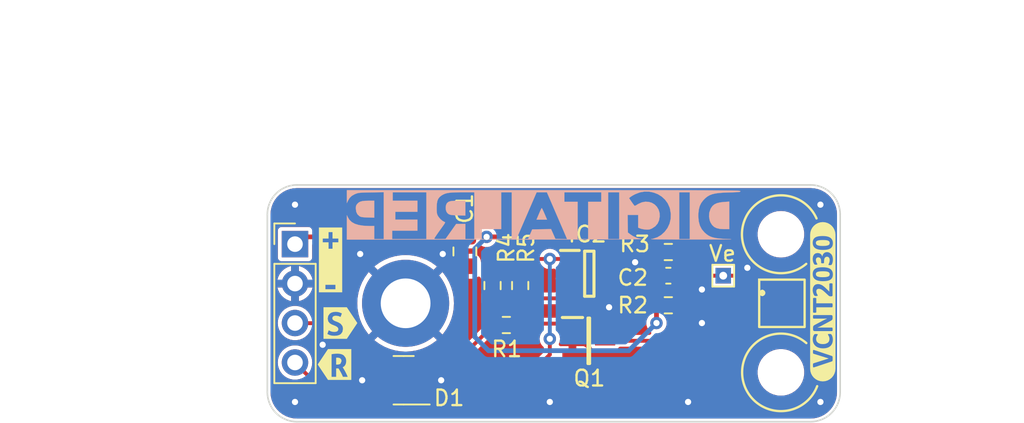
<source format=kicad_pcb>
(kicad_pcb (version 20221018) (generator pcbnew)
  (title_block (title "VCNT2030 with ambient light compensation") (date "2023-09-07") (rev "1") (company "DigitalREP"))
  (layers (0 "F.Cu" signal) (31 "B.Cu" signal) (34 "B.Paste" user) (35 "F.Paste" user) (36 "B.SilkS" user "B.Silkscreen") (37 "F.SilkS" user "F.Silkscreen") (38 "B.Mask" user) (39 "F.Mask" user) (44 "Edge.Cuts" user))
  (net 0 "")
  (net 1 "Net-(IC2-+)")
  (net 2 "/S")
  (net 3 "GND")
  (net 4 "VCC")
  (net 5 "Net-(IC2--)")
  (net 6 "Net-(Q1-Pad1)")
  (net 7 "R")
  (net 8 "/VCSEL_A")
  (net 9 "/VCSEL_C")
  (net 10 "/Ve")
  (footprint "Capacitor_SMD:C_0805_2012Metric" (layer "F.Cu") (at 165.1 65.2424 -90)
    (fp_text reference "C1" (at -2.7584 0 90) (layer "F.SilkS"))
    (fp_text value "C" hide)
    (fp_line (start -0.261252 -0.735) (end 0.261252 -0.735) (stroke (width 0.12)) (layer "F.SilkS"))
    (fp_line (start -0.261252 0.735) (end 0.261252 0.735) (stroke (width 0.12)) (layer "F.SilkS"))
    (pad "1" smd roundrect (at -0.95 0 270) (size 1 1.45) (layers "F.Cu" "F.Paste" "F.Mask") (net 4 "VCC"))
    (pad "2" smd roundrect (at 0.95 0 270) (size 1 1.45) (layers "F.Cu" "F.Paste" "F.Mask") (net 3 "GND"))
  )
  (footprint "Capacitor_SMD:C_0603_1608Metric" (layer "F.Cu") (at 178.181 66.802 180)
    (fp_text reference "C2" (at 2.286 -0.127) (layer "F.SilkS"))
    (fp_text value "C" hide)
    (fp_line (start -0.14058 -0.51) (end 0.14058 -0.51) (stroke (width 0.12)) (layer "F.SilkS"))
    (fp_line (start -0.14058 0.51) (end 0.14058 0.51) (stroke (width 0.12)) (layer "F.SilkS"))
    (pad "1" smd roundrect (at -0.775 0 180) (size 0.9 0.95) (layers "F.Cu" "F.Paste" "F.Mask") (net 10 "/Ve"))
    (pad "2" smd roundrect (at 0.775 0 180) (size 0.9 0.95) (layers "F.Cu" "F.Paste" "F.Mask") (net 1 "Net-(IC2-+)"))
  )
  (footprint "MountingHole:MountingHole_2.5mm" (layer "F.Cu") (at 185.42 73.025)
    (fp_text reference "REF**" hide)
    (fp_text value "MountingHole_2.5mm" hide)
    (pad "" np_thru_hole circle (at 0 0) (size 2.5 2.5) (drill 2.5) (layers "*.Cu" "*.Mask"))
  )
  (footprint "MountingHole:MountingHole_3.2mm_M3_DIN965_Pad_TopBottom" (layer "F.Cu") (at 161.29 68.58)
    (fp_text reference "H1" hide)
    (fp_text value "MountingHole_Pad" hide)
    (pad "1" thru_hole circle (at 0 0) (size 3.6 3.6) (drill 3.2) (layers "*.Cu" "*.Mask") (net 3 "GND"))
    (pad "1" connect circle (at 0 0) (size 5.6 5.6) (layers "F.Cu" "F.Mask") (net 3 "GND"))
    (pad "1" connect circle (at 0 0) (size 5.6 5.6) (layers "B.Cu" "B.Mask") (net 3 "GND"))
  )
  (footprint "Resistor_SMD:R_0603_1608Metric" (layer "F.Cu") (at 166.878 67.437 90)
    (fp_text reference "R4" (at 2.413 0.889 90) (layer "F.SilkS"))
    (fp_text value "R_US" hide)
    (fp_line (start -0.237258 -0.5225) (end 0.237258 -0.5225) (stroke (width 0.12)) (layer "F.SilkS"))
    (fp_line (start -0.237258 0.5225) (end 0.237258 0.5225) (stroke (width 0.12)) (layer "F.SilkS"))
    (pad "1" smd roundrect (at -0.825 0 90) (size 0.8 0.95) (layers "F.Cu" "F.Paste" "F.Mask") (net 5 "Net-(IC2--)"))
    (pad "2" smd roundrect (at 0.825 0 90) (size 0.8 0.95) (layers "F.Cu" "F.Paste" "F.Mask") (net 3 "GND"))
  )
  (footprint "kibuzzard-64F8F02C" (layer "F.Cu") (at 157.099 69.85)
    (fp_text reference "kibuzzard-64F8F02C" hide)
    (fp_text value "G***" hide)
    (fp_poly (pts (xy -0.989566 -1.017191) (xy -1.088785 -1.017191) (xy -1.088785 1.017191) (xy -0.989566 1.017191) (xy -0.381926 1.017191) (xy -0.381926 0.818753) (xy -0.546828 0.80893) (xy -0.67482 0.779462) (xy -0.839126 0.706834) (xy -0.753401 0.468709) (xy -0.59981 0.540147) (xy -0.500691 0.56515) (xy -0.381926 0.573484) (xy -0.259292 0.558006) (xy -0.181901 0.515144) (xy -0.14261 0.453231) (xy -0.131895 0.382984) (xy -0.158089 0.302022) (xy -0.224764 0.238919) (xy -0.315251 0.188912) (xy -0.415264 0.147241) (xy -0.553376 0.092472) (xy -0.683154 0.013891) (xy -0.779595 -0.103981) (xy -0.817695 -0.279003) (xy -0.78406 -0.46355) (xy -0.683154 -0.602853) (xy -0.582216 -0.667676) (xy -0.458788 -0.70657) (xy -0.31287 -0.719534) (xy -0.185771 -0.711795) (xy -0.075935 -0.688578) (xy 0.094324 -0.619522) (xy 0.008599 -0.393303) (xy -0.12356 -0.450453) (xy -0.291439 -0.474266) (xy -0.421084 -0.45548) (xy -0.498872 -0.399124) (xy -0.524801 -0.305197) (xy -0.500989 -0.230188) (xy -0.440267 -0.173038) (xy -0.356923 -0.128984) (xy -0.265245 -0.093266) (xy -0.121179 -0.034925) (xy 0.016933 0.0508) (xy 0.120518 0.18415) (xy 0.150879 0.27434) (xy 0.160999 0.385366) (xy 0.127364 0.56902) (xy 0.026458 0.705644) (xy -0.078714 0.768482) (xy -0.214842 0.806185) (xy -0.381926 0.818753) (xy -0.381926 1.017191) (xy 0.311439 1.017191) (xy 0.410658 1.017191) (xy 1.088785 0) (xy 0.410658 -1.017191) (xy 0.311439 -1.017191) (xy -0.989566 -1.017191)) (fill solid) (layer "F.SilkS"))
  )
  (footprint "SamacSys:SOT95P280X145-5N" (layer "F.Cu") (at 173.101 66.675)
    (fp_text reference "IC2" (at -0.127 -2.54) (layer "F.SilkS") (effects (font (size 1.016 1.016) (thickness 0.1524))))
    (fp_text value "MIC6211YM5-TR" hide)
    (fp_line (start -1.85 -1.5) (end -0.65 -1.5) (stroke (width 0.2)) (layer "F.SilkS"))
    (fp_line (start -0.3 -1.45) (end 0.3 -1.45) (stroke (width 0.2)) (layer "F.SilkS"))
    (fp_line (start -0.3 1.45) (end -0.3 -1.45) (stroke (width 0.2)) (layer "F.SilkS"))
    (fp_line (start 0.3 -1.45) (end 0.3 1.45) (stroke (width 0.2)) (layer "F.SilkS"))
    (fp_line (start 0.3 1.45) (end -0.3 1.45) (stroke (width 0.2)) (layer "F.SilkS"))
    (pad "1" smd rect (at -1.25 -0.95 90) (size 0.6 1.2) (layers "F.Cu" "F.Paste" "F.Mask") (net 7 "R"))
    (pad "2" smd rect (at -1.25 0 90) (size 0.6 1.2) (layers "F.Cu" "F.Paste" "F.Mask") (net 3 "GND"))
    (pad "3" smd rect (at -1.25 0.95 90) (size 0.6 1.2) (layers "F.Cu" "F.Paste" "F.Mask") (net 1 "Net-(IC2-+)"))
    (pad "4" smd rect (at 1.25 0.95 90) (size 0.6 1.2) (layers "F.Cu" "F.Paste" "F.Mask") (net 5 "Net-(IC2--)"))
    (pad "5" smd rect (at 1.25 -0.95 90) (size 0.6 1.2) (layers "F.Cu" "F.Paste" "F.Mask") (net 4 "VCC"))
  )
  (footprint "Connector_PinHeader_2.54mm:PinHeader_1x04_P2.54mm_Vertical" (layer "F.Cu") (at 154.178 64.77)
    (fp_text reference "J1" hide)
    (fp_text value "Conn_01x04" hide)
    (fp_line (start -1.33 -1.33) (end 0 -1.33) (stroke (width 0.12)) (layer "F.SilkS"))
    (fp_line (start -1.33 0) (end -1.33 -1.33) (stroke (width 0.12)) (layer "F.SilkS"))
    (fp_line (start -1.33 1.27) (end -1.33 8.95) (stroke (width 0.12)) (layer "F.SilkS"))
    (fp_line (start -1.33 1.27) (end 1.33 1.27) (stroke (width 0.12)) (layer "F.SilkS"))
    (fp_line (start -1.33 8.95) (end 1.33 8.95) (stroke (width 0.12)) (layer "F.SilkS"))
    (fp_line (start 1.33 1.27) (end 1.33 8.95) (stroke (width 0.12)) (layer "F.SilkS"))
    (pad "1" thru_hole rect (at 0 0) (size 1.7 1.7) (drill 1) (layers "*.Cu" "*.Mask") (net 4 "VCC"))
    (pad "2" thru_hole oval (at 0 2.54) (size 1.7 1.7) (drill 1) (layers "*.Cu" "*.Mask") (net 3 "GND"))
    (pad "3" thru_hole oval (at 0 5.08) (size 1.7 1.7) (drill 1) (layers "*.Cu" "*.Mask") (net 2 "/S"))
    (pad "4" thru_hole oval (at 0 7.62) (size 1.7 1.7) (drill 1) (layers "*.Cu" "*.Mask") (net 7 "R"))
  )
  (footprint "Resistor_SMD:R_0603_1608Metric" (layer "F.Cu") (at 178.181 65.278 180)
    (fp_text reference "R3" (at 2.159 0.508) (layer "F.SilkS"))
    (fp_text value "R_US" hide)
    (fp_line (start -0.237258 -0.5225) (end 0.237258 -0.5225) (stroke (width 0.12)) (layer "F.SilkS"))
    (fp_line (start -0.237258 0.5225) (end 0.237258 0.5225) (stroke (width 0.12)) (layer "F.SilkS"))
    (pad "1" smd roundrect (at -0.825 0 180) (size 0.8 0.95) (layers "F.Cu" "F.Paste" "F.Mask") (net 10 "/Ve"))
    (pad "2" smd roundrect (at 0.825 0 180) (size 0.8 0.95) (layers "F.Cu" "F.Paste" "F.Mask") (net 3 "GND"))
  )
  (footprint "SamacSys:SOT95P237X112-3N" (layer "F.Cu") (at 173.067 70.993)
    (fp_text reference "Q1" (at 0.034 2.413) (layer "F.SilkS") (effects (font (size 1.016 1.016) (thickness 0.1524))))
    (fp_text value "SI2302CDS-T1-GE3" hide)
    (fp_line (start -1.7 -1.5) (end -0.4 -1.5) (stroke (width 0.2)) (layer "F.SilkS"))
    (fp_line (start -0.05 -1.46) (end 0.05 -1.46) (stroke (width 0.2)) (layer "F.SilkS"))
    (fp_line (start -0.05 1.46) (end -0.05 -1.46) (stroke (width 0.2)) (layer "F.SilkS"))
    (fp_line (start 0.05 -1.46) (end 0.05 1.46) (stroke (width 0.2)) (layer "F.SilkS"))
    (fp_line (start 0.05 1.46) (end -0.05 1.46) (stroke (width 0.2)) (layer "F.SilkS"))
    (pad "1" smd rect (at -1.05 -0.95 90) (size 0.6 1.3) (layers "F.Cu" "F.Paste" "F.Mask") (net 6 "Net-(Q1-Pad1)"))
    (pad "2" smd rect (at -1.05 0.95 90) (size 0.6 1.3) (layers "F.Cu" "F.Paste" "F.Mask") (net 3 "GND"))
    (pad "3" smd rect (at 1.05 0 90) (size 0.6 1.3) (layers "F.Cu" "F.Paste" "F.Mask") (net 9 "/VCSEL_C"))
  )
  (footprint "kibuzzard-64F8F007" (layer "F.Cu") (at 156.464 65.786)
    (fp_text reference "kibuzzard-64F8F007" hide)
    (fp_text value "G***" hide)
    (fp_poly (pts (xy -0.650503 -2.086249) (xy -0.749722 -2.086249) (xy -0.749722 2.086249) (xy -0.650503 2.086249) (xy 0.312612 2.086249) (xy 0.312612 1.887811) (xy -0.330208 1.887811) (xy -0.330208 1.603938) (xy 0.126206 1.603938) (xy 0.126206 -0.719411) (xy -0.126206 -0.719411) (xy -0.126206 -1.133749) (xy -0.500063 -1.133749) (xy -0.500063 -1.374255) (xy -0.126206 -1.374255) (xy -0.126206 -1.788592) (xy 0.126206 -1.788592) (xy 0.126206 -1.374255) (xy 0.500062 -1.374255) (xy 0.500062 -1.133749) (xy 0.126206 -1.133749) (xy 0.126206 -0.719411) (xy 0.126206 1.603938) (xy 0.312612 1.603938) (xy 0.312612 1.887811) (xy 0.312612 2.086249) (xy 0.650503 2.086249) (xy 0.749722 2.086249) (xy 0.749722 -2.086249) (xy 0.650503 -2.086249) (xy -0.650503 -2.086249)) (fill solid) (layer "F.SilkS"))
  )
  (footprint "Resistor_SMD:R_0603_1608Metric" (layer "F.Cu") (at 168.656 67.437 90)
    (fp_text reference "R5" (at 2.413 0.381 90) (layer "F.SilkS"))
    (fp_text value "R_US" hide)
    (fp_line (start -0.237258 -0.5225) (end 0.237258 -0.5225) (stroke (width 0.12)) (layer "F.SilkS"))
    (fp_line (start -0.237258 0.5225) (end 0.237258 0.5225) (stroke (width 0.12)) (layer "F.SilkS"))
    (pad "1" smd roundrect (at -0.825 0 90) (size 0.8 0.95) (layers "F.Cu" "F.Paste" "F.Mask") (net 5 "Net-(IC2--)"))
    (pad "2" smd roundrect (at 0.825 0 90) (size 0.8 0.95) (layers "F.Cu" "F.Paste" "F.Mask") (net 7 "R"))
  )
  (footprint "Resistor_SMD:R_0603_1608Metric" (layer "F.Cu") (at 167.767 69.977)
    (fp_text reference "R1" (at 0.0254 1.5494) (layer "F.SilkS"))
    (fp_text value "100" hide)
    (fp_line (start -0.237258 -0.5225) (end 0.237258 -0.5225) (stroke (width 0.12)) (layer "F.SilkS"))
    (fp_line (start -0.237258 0.5225) (end 0.237258 0.5225) (stroke (width 0.12)) (layer "F.SilkS"))
    (pad "1" smd roundrect (at -0.825 0) (size 0.8 0.95) (layers "F.Cu" "F.Paste" "F.Mask") (net 2 "/S"))
    (pad "2" smd roundrect (at 0.825 0) (size 0.8 0.95) (layers "F.Cu" "F.Paste" "F.Mask") (net 6 "Net-(Q1-Pad1)"))
  )
  (footprint "MountingHole:MountingHole_2.5mm" (layer "F.Cu") (at 185.42 64.135)
    (fp_text reference "REF**" hide)
    (fp_text value "MountingHole_2.5mm" hide)
    (pad "" np_thru_hole circle (at 0 0) (size 2.5 2.5) (drill 2.5) (layers "*.Cu" "*.Mask"))
  )
  (footprint "kibuzzard-64F9C572" (layer "F.Cu") (at 188.1124 68.4784 90)
    (fp_text reference "kibuzzard-64F9C572" hide)
    (fp_text value "G***" hide)
    (fp_poly (pts (xy 1.962089 0.007751) (xy 1.957245 -0.1497) (xy 1.942226 -0.268394) (xy 1.917034 -0.353661) (xy 1.880699 -0.409374) (xy 1.832252 -0.438927) (xy 1.772178 -0.447647) (xy 1.677707 -0.420033) (xy 1.618603 -0.337189) (xy 1.588081 -0.1996) (xy 1.581541 -0.110458) (xy 1.579361 -0.007751) (xy 1.582025 0.114455) (xy 1.590019 0.21365) (xy 1.623447 0.353176) (xy 1.682068 0.425846) (xy 1.768303 0.446678) (xy 1.835159 0.434566) (xy 1.886028 0.398232) (xy 1.922363 0.337189) (xy 1.946102 0.251923) (xy 1.958698 0.142433) (xy 1.962089 0.007751)) (fill solid) (layer "F.SilkS"))
    (fp_poly (pts (xy 3.973594 0.007751) (xy 3.96875 -0.1497) (xy 3.953731 -0.268394) (xy 3.928539 -0.353661) (xy 3.892204 -0.409374) (xy 3.843757 -0.438927) (xy 3.783684 -0.447647) (xy 3.689213 -0.420033) (xy 3.630108 -0.337189) (xy 3.599586 -0.1996) (xy 3.593046 -0.110458) (xy 3.590866 -0.007751) (xy 3.59353 0.114455) (xy 3.601524 0.21365) (xy 3.634952 0.353176) (xy 3.693573 0.425846) (xy 3.779808 0.446678) (xy 3.846664 0.434566) (xy 3.897533 0.398232) (xy 3.933868 0.337189) (xy 3.957607 0.251923) (xy 3.970203 0.142433) (xy 3.973594 0.007751)) (fill solid) (layer "F.SilkS"))
    (fp_poly (pts (xy -4.230362 -0.81455) (xy -4.313044 -0.81455) (xy -4.471955 -0.798898) (xy -4.624759 -0.752546) (xy -4.765584 -0.677273) (xy -4.889018 -0.575974) (xy -4.990317 -0.452539) (xy -5.06559 -0.311715) (xy -5.111942 -0.158911) (xy -5.127594 0) (xy -5.111942 0.158911) (xy -5.06559 0.311715) (xy -4.990317 0.452539) (xy -4.889018 0.575974) (xy -4.765584 0.677273) (xy -4.624759 0.752546) (xy -4.471955 0.798898) (xy -4.313044 0.81455) (xy -4.230362 0.81455) (xy -3.654816 0.81455) (xy -3.654816 0.632713) (xy -3.721188 0.632229) (xy -3.768181 0.629807) (xy -3.799671 0.623993) (xy -3.820019 0.614304) (xy -3.832615 0.600254) (xy -3.840851 0.579422) (xy -4.21389 -0.531944) (xy -4.22794 -0.587173) (xy -4.21825 -0.617695) (xy -4.177071 -0.630291) (xy -4.09568 -0.632713) (xy -4.025917 -0.630775) (xy -3.98716 -0.623993) (xy -3.968266 -0.609459) (xy -3.958092 -0.585236) (xy -3.652878 0.38176) (xy -3.651909 0.38176) (xy -3.352509 -0.580391) (xy -3.342819 -0.607037) (xy -3.322956 -0.623024) (xy -3.282746 -0.630775) (xy -3.211045 -0.632713) (xy -3.141766 -0.629807) (xy -3.107853 -0.615757) (xy -3.10204 -0.584267) (xy -3.117058 -0.530006) (xy -3.491066 0.582329) (xy -3.503662 0.608974) (xy -3.528855 0.624477) (xy -3.576332 0.63126) (xy -3.654816 0.632713) (xy -3.654816 0.81455) (xy -2.442681 0.81455) (xy -2.442681 0.647247) (xy -2.565251 0.637316) (xy -2.675225 0.607521) (xy -2.771149 0.557984) (xy -2.85157 0.488827) (xy -2.915762 0.400048) (xy -2.962998 0.291649) (xy -2.992066 0.16375) (xy -3.001755 0.016472) (xy -2.991097 -0.134439) (xy -2.959122 -0.267426) (xy -2.908011 -0.381517) (xy -2.839943 -0.475746) (xy -2.755767 -0.54987) (xy -2.65633 -0.603645) (xy -2.543813 -0.636347) (xy -2.420395 -0.647247) (xy -2.319626 -0.638527) (xy -2.23 -0.615757) (xy -2.155876 -0.583298) (xy -2.109852 -0.551807) (xy -2.091927 -0.530006) (xy -2.084175 -0.507721) (xy -2.079815 -0.475746) (xy -2.078362 -0.430206) (xy -2.0803 -0.380791) (xy -2.087082 -0.347847) (xy -2.098709 -0.329437) (xy -2.114212 -0.323624) (xy -2.151032 -0.34058) (xy -2.208683 -0.378368) (xy -2.29298 -0.416157) (xy -2.409737 -0.433113) (xy -2.542965 -0.402592) (xy -2.642765 -0.315388) (xy -2.705261 -0.178284) (xy -2.721249 -0.092775) (xy -2.726578 0.002907) (xy -2.720885 0.105977) (xy -2.703808 0.194271) (xy -2.63889 0.327499) (xy -2.537152 0.405499) (xy -2.402954 0.431175) (xy -2.285713 0.415188) (xy -2.200932 0.379822) (xy -2.142796 0.34494) (xy -2.10743 0.329437) (xy -2.091927 0.333313) (xy -2.082237 0.348816) (xy -2.076424 0.381275) (xy -2.074486 0.436989) (xy -2.075939 0.478168) (xy -2.0803 0.507236) (xy -2.088051 0.528069) (xy -2.103554 0.547932) (xy -2.144734 0.576515) (xy -2.219341 0.609943) (xy -2.320111 0.636589) (xy -2.442681 0.647247) (xy -2.442681 0.81455) (xy -1.777992 0.81455) (xy -1.777992 0.632713) (xy -1.834191 0.629807) (xy -1.869072 0.621571) (xy -1.886513 0.60849) (xy -1.891358 0.591049) (xy -1.891358 -0.53582) (xy -1.864712 -0.60413) (xy -1.799309 -0.6269) (xy -1.662689 -0.6269) (xy -1.600678 -0.620602) (xy -1.555622 -0.59977) (xy -1.518318 -0.559559) (xy -1.482468 -0.496094) (xy -1.238297 -0.037788) (xy -1.196148 0.044086) (xy -1.155937 0.124508) (xy -1.118149 0.203476) (xy -1.082298 0.280991) (xy -1.08133 0.280991) (xy -1.08569 0.139526) (xy -1.087143 -0.000969) (xy -1.087143 -0.589111) (xy -1.08133 -0.606552) (xy -1.061951 -0.620117) (xy -1.0261 -0.628353) (xy -0.968933 -0.630775) (xy -0.913704 -0.628353) (xy -0.879307 -0.620117) (xy -0.862351 -0.606552) (xy -0.857506 -0.589111) (xy -0.857506 0.537758) (xy -0.865257 0.577484) (xy -0.88609 0.606552) (xy -0.917095 0.623508) (xy -0.95343 0.628838) (xy -1.061951 0.628838) (xy -1.120571 0.622055) (xy -1.166111 0.597347) (xy -1.206322 0.548901) (xy -1.249924 0.469933) (xy -1.56192 -0.116272) (xy -1.61715 -0.229153) (xy -1.667534 -0.346878) (xy -1.669472 -0.346878) (xy -1.663658 -0.207836) (xy -1.66172 -0.064919) (xy -1.66172 0.591049) (xy -1.66705 0.60849) (xy -1.685459 0.621571) (xy -1.720825 0.629807) (xy -1.777992 0.632713) (xy -1.777992 0.81455) (xy -0.229637 0.81455) (xy -0.229637 0.632713) (xy -0.291165 0.629807) (xy -0.330406 0.622055) (xy -0.351238 0.609459) (xy -0.357537 0.592018) (xy -0.357537 -0.418579) (xy -0.671471 -0.418579) (xy -0.687943 -0.424393) (xy -0.69957 -0.442318) (xy -0.706837 -0.474293) (xy -0.709259 -0.522255) (xy -0.706837 -0.571671) (xy -0.69957 -0.60413) (xy -0.687943 -0.621571) (xy -0.671471 -0.6269) (xy 0.212196 -0.6269) (xy 0.228184 -0.621571) (xy 0.240295 -0.60413) (xy 0.247562 -0.571671) (xy 0.249985 -0.522255) (xy 0.247562 -0.474293) (xy 0.240295 -0.442318) (xy 0.228184 -0.424393) (xy 0.212196 -0.418579) (xy -0.101738 -0.418579) (xy -0.101738 0.592018) (xy -0.108036 0.609459) (xy -0.128868 0.622055) (xy -0.16811 0.629807) (xy -0.229637 0.632713) (xy -0.229637 0.81455) (xy 1.148186 0.81455) (xy 1.148186 0.6269) (xy 0.427299 0.6269) (xy 0.39048 0.623024) (xy 0.365288 0.608006) (xy 0.351238 0.575546) (xy 0.346878 0.520317) (xy 0.349785 0.465572) (xy 0.360443 0.424877) (xy 0.380306 0.389996) (xy 0.411796 0.352692) (xy 0.628837 0.120148) (xy 0.733482 -0.003391) (xy 0.795494 -0.105129) (xy 0.826015 -0.189911) (xy 0.834251 -0.26355) (xy 0.824077 -0.324108) (xy 0.79404 -0.374008) (xy 0.74414 -0.407436) (xy 0.673408 -0.419548) (xy 0.572155 -0.405014) (xy 0.49464 -0.372555) (xy 0.438926 -0.339611) (xy 0.404045 -0.324593) (xy 0.389026 -0.330406) (xy 0.378853 -0.349785) (xy 0.372555 -0.38612) (xy 0.370132 -0.441833) (xy 0.371586 -0.479137) (xy 0.375946 -0.505299) (xy 0.383697 -0.524677) (xy 0.400654 -0.54454) (xy 0.445225 -0.574093) (xy 0.525162 -0.608974) (xy 0.629806 -0.637558) (xy 0.748985 -0.649185) (xy 0.84067 -0.643008) (xy 0.920002 -0.624477) (xy 1.041603 -0.555683) (xy 1.113788 -0.451038) (xy 1.137527 -0.320717) (xy 1.1259 -0.200569) (xy 1.077453 -0.073154) (xy 1.033125 -0.001211) (xy 0.973778 0.077999) (xy 0.896021 0.167504) (xy 0.796463 0.270332) (xy 0.650154 0.420517) (xy 1.14431 0.420517) (xy 1.162235 0.426331) (xy 1.176285 0.444256) (xy 1.185005 0.476231) (xy 1.187912 0.523224) (xy 1.185489 0.571186) (xy 1.178222 0.603645) (xy 1.165626 0.621571) (xy 1.148186 0.6269) (xy 1.148186 0.81455) (xy 1.758613 0.81455) (xy 1.758613 0.649185) (xy 1.640888 0.638164) (xy 1.545448 0.605099) (xy 1.469871 0.551323) (xy 1.411735 0.478168) (xy 1.369708 0.38612) (xy 1.342457 0.275661) (xy 1.327559 0.148126) (xy 1.322593 0.004845) (xy 1.32877 -0.137467) (xy 1.347301 -0.265972) (xy 1.379518 -0.378489) (xy 1.426754 -0.472839) (xy 1.489734 -0.548174) (xy 1.569187 -0.603645) (xy 1.666444 -0.6378) (xy 1.782837 -0.649185) (xy 1.900683 -0.638164) (xy 1.996486 -0.605099) (xy 2.072427 -0.551323) (xy 2.130684 -0.478168) (xy 2.17259 -0.38612) (xy 2.199478 -0.275661) (xy 2.214012 -0.148126) (xy 2.218857 -0.004845) (xy 2.212801 0.138073) (xy 2.194633 0.266457) (xy 2.16278 0.378611) (xy 2.115665 0.472839) (xy 2.052685 0.548174) (xy 1.973232 0.603645) (xy 1.875733 0.6378) (xy 1.758613 0.649185) (xy 1.758613 0.81455) (xy 2.710106 0.81455) (xy 2.710106 0.649185) (xy 2.589958 0.63998) (xy 2.490642 0.61721) (xy 2.419426 0.589111) (xy 2.382606 0.566826) (xy 2.369526 0.549385) (xy 2.361774 0.526615) (xy 2.35693 0.493671) (xy 2.355476 0.445709) (xy 2.363228 0.381275) (xy 2.386482 0.36335) (xy 2.41991 0.376431) (xy 2.480469 0.40453) (xy 2.566704 0.432629) (xy 2.6791 0.445709) (xy 2.773086 0.433113) (xy 2.842365 0.397747) (xy 2.884998 0.342518) (xy 2.899048 0.270332) (xy 2.882091 0.191849) (xy 2.831707 0.132259) (xy 2.74741 0.093987) (xy 2.627746 0.080421) (xy 2.519226 0.080421) (xy 2.497909 0.07703) (xy 2.483375 0.062981) (xy 2.475139 0.033428) (xy 2.472717 -0.015503) (xy 2.475139 -0.061527) (xy 2.482891 -0.089142) (xy 2.496456 -0.102707) (xy 2.516319 -0.106583) (xy 2.625808 -0.106583) (xy 2.725609 -0.119663) (xy 2.798763 -0.156967) (xy 2.843818 -0.215588) (xy 2.859321 -0.291649) (xy 2.848663 -0.352207) (xy 2.817173 -0.401623) (xy 2.763397 -0.434566) (xy 2.685882 -0.446678) (xy 2.590927 -0.43166) (xy 2.51099 -0.398716) (xy 2.450916 -0.365288) (xy 2.414581 -0.349785) (xy 2.401016 -0.353176) (xy 2.391327 -0.366257) (xy 2.385513 -0.394356) (xy 2.383575 -0.441833) (xy 2.384544 -0.482044) (xy 2.38842 -0.50869) (xy 2.395687 -0.5271) (xy 2.409736 -0.544056) (xy 2.449463 -0.571671) (xy 2.525039 -0.607521) (xy 2.630169 -0.637074) (xy 2.759521 -0.649185) (xy 2.920849 -0.627869) (xy 3.039058 -0.566341) (xy 3.111728 -0.46751) (xy 3.136436 -0.335251) (xy 3.121902 -0.228668) (xy 3.079269 -0.140495) (xy 3.009022 -0.074608) (xy 2.911644 -0.033913) (xy 2.911644 -0.031006) (xy 3.029854 0.002422) (xy 3.118511 0.066856) (xy 3.174225 0.154545) (xy 3.193603 0.259674) (xy 3.184641 0.348331) (xy 3.157753 0.426331) (xy 3.057953 0.548416) (xy 2.987705 0.591897) (xy 2.904861 0.623508) (xy 2.811601 0.642766) (xy 2.710106 0.649185) (xy 2.710106 0.81455) (xy 3.770118 0.81455) (xy 3.770118 0.649185) (xy 3.652393 0.638164) (xy 3.556953 0.605099) (xy 3.481376 0.551323) (xy 3.42324 0.478168) (xy 3.381213 0.38612) (xy 3.353962 0.275661) (xy 3.339064 0.148126) (xy 3.334099 0.004845) (xy 3.340276 -0.137467) (xy 3.358806 -0.265972) (xy 3.391023 -0.378489) (xy 3.438259 -0.472839) (xy 3.50124 -0.548174) (xy 3.580692 -0.603645) (xy 3.677949 -0.6378) (xy 3.794342 -0.649185) (xy 3.912188 -0.638164) (xy 4.007992 -0.605099) (xy 4.083932 -0.551323) (xy 4.142189 -0.478168) (xy 4.184095 -0.38612) (xy 4.210983 -0.275661) (xy 4.225517 -0.148126) (xy 4.230362 -0.004845) (xy 4.224306 0.138073) (xy 4.206138 0.266457) (xy 4.174285 0.378611) (xy 4.12717 0.472839) (xy 4.06419 0.548174) (xy 3.984737 0.603645) (xy 3.887238 0.6378) (xy 3.770118 0.649185) (xy 3.770118 0.81455) (xy 4.230362 0.81455) (xy 4.313044 0.81455) (xy 4.471955 0.798898) (xy 4.624759 0.752546) (xy 4.765584 0.677273) (xy 4.889018 0.575974) (xy 4.990317 0.45254) (xy 5.06559 0.311715) (xy 5.111942 0.158911) (xy 5.127594 0) (xy 5.111942 -0.158911) (xy 5.06559 -0.311715) (xy 4.990317 -0.45254) (xy 4.889018 -0.575974) (xy 4.765584 -0.677273) (xy 4.624759 -0.752546) (xy 4.471955 -0.798898) (xy 4.313044 -0.81455) (xy 4.230362 -0.81455) (xy -4.230362 -0.81455)) (fill solid) (layer "F.SilkS"))
  )
  (footprint "Resistor_SMD:R_0603_1608Metric" (layer "F.Cu") (at 178.181 68.707)
    (fp_text reference "R2" (at -2.286 0 180) (layer "F.SilkS"))
    (fp_text value "R_US" hide)
    (fp_line (start -0.237258 -0.5225) (end 0.237258 -0.5225) (stroke (width 0.12)) (layer "F.SilkS"))
    (fp_line (start -0.237258 0.5225) (end 0.237258 0.5225) (stroke (width 0.12)) (layer "F.SilkS"))
    (pad "1" smd roundrect (at -0.825 0) (size 0.8 0.95) (layers "F.Cu" "F.Paste" "F.Mask") (net 4 "VCC"))
    (pad "2" smd roundrect (at 0.825 0) (size 0.8 0.95) (layers "F.Cu" "F.Paste" "F.Mask") (net 8 "/VCSEL_A"))
  )
  (footprint "SamacSys:VCNT2030" (layer "F.Cu") (at 185.42 68.536 -90)
    (fp_text reference "IC1" hide)
    (fp_text value "VCNT2030" hide)
    (fp_line (start -0.725 1.2) (end -0.725 1.2) (stroke (width 0.2)) (layer "F.SilkS"))
    (fp_line (start -0.525 1.2) (end -0.525 1.2) (stroke (width 0.2)) (layer "F.SilkS"))
    (fp_arc (start -0.725 1.2) (mid -0.625 1.1) (end -0.525 1.2) (stroke (width 0.2)) (layer "F.SilkS"))
    (fp_arc (start -0.525 1.2) (mid -0.625 1.3) (end -0.725 1.2) (stroke (width 0.2)) (layer "F.SilkS"))
    (pad "1" smd rect (at -0.625 0.425) (size 0.55 0.8) (layers "F.Cu" "F.Paste" "F.Mask") (net 10 "/Ve"))
    (pad "2" smd rect (at 0.625 0.425) (size 0.55 0.8) (layers "F.Cu" "F.Paste" "F.Mask") (net 8 "/VCSEL_A"))
    (pad "3" smd rect (at 0.625 -0.425) (size 0.55 0.8) (layers "F.Cu" "F.Paste" "F.Mask") (net 9 "/VCSEL_C"))
    (pad "4" smd rect (at -0.625 -0.425) (size 0.55 0.8) (layers "F.Cu" "F.Paste" "F.Mask") (net 4 "VCC"))
  )
  (footprint "TestPoint:TestPoint_THTPad_1.0x1.0mm_Drill0.5mm" (layer "F.Cu") (at 181.7116 66.802)
    (fp_text reference "TP1" hide)
    (fp_text value "Ve" (at -0.0508 -1.4224) (layer "F.SilkS"))
    (fp_line (start -0.7 -0.7) (end 0.7 -0.7) (stroke (width 0.12)) (layer "F.SilkS"))
    (fp_line (start -0.7 0.7) (end -0.7 -0.7) (stroke (width 0.12)) (layer "F.SilkS"))
    (fp_line (start 0.7 -0.7) (end 0.7 0.7) (stroke (width 0.12)) (layer "F.SilkS"))
    (fp_line (start 0.7 0.7) (end -0.7 0.7) (stroke (width 0.12)) (layer "F.SilkS"))
    (pad "1" thru_hole rect (at 0 0) (size 1 1) (drill 0.5) (layers "*.Cu" "*.Mask") (net 10 "/Ve"))
  )
  (footprint "Package_TO_SOT_SMD:SOT-23" (layer "F.Cu") (at 161.163 73.533 180)
    (fp_text reference "D1" (at -2.921 -1.143) (layer "F.SilkS"))
    (fp_text value "SP0502BAHT" hide)
    (fp_line (start 0 -1.56) (end -1.675 -1.56) (stroke (width 0.12)) (layer "F.SilkS"))
    (fp_line (start 0 -1.56) (end 0.65 -1.56) (stroke (width 0.12)) (layer "F.SilkS"))
    (fp_line (start 0 1.56) (end -0.65 1.56) (stroke (width 0.12)) (layer "F.SilkS"))
    (fp_line (start 0 1.56) (end 0.65 1.56) (stroke (width 0.12)) (layer "F.SilkS"))
    (pad "1" smd roundrect (at -0.9375 -0.95 180) (size 1.475 0.6) (layers "F.Cu" "F.Paste" "F.Mask") (net 7 "R"))
    (pad "2" smd roundrect (at -0.9375 0.95 180) (size 1.475 0.6) (layers "F.Cu" "F.Paste" "F.Mask") (net 2 "/S"))
    (pad "3" smd roundrect (at 0.9375 0 180) (size 1.475 0.6) (layers "F.Cu" "F.Paste" "F.Mask") (net 3 "GND"))
  )
  (footprint "kibuzzard-64F8F03C" (layer "F.Cu") (at 156.718 72.517)
    (fp_text reference "kibuzzard-64F8F03C" hide)
    (fp_text value "G***" hide)
    (fp_poly (pts (xy 0.45376 -0.214709) (xy 0.435901 -0.315912) (xy 0.382323 -0.386159) (xy 0.299574 -0.427236) (xy 0.194204 -0.440928) (xy 0.153723 -0.439738) (xy 0.106098 -0.433784) (xy 0.106098 0.009128) (xy 0.170392 0.009128) (xy 0.299574 -0.005457) (xy 0.387085 -0.049213) (xy 0.45376 -0.214709)) (fill solid) (layer "F.SilkS"))
    (fp_poly (pts (xy -0.319377 -0.993378) (xy -0.418596 -0.993378) (xy -1.080848 0) (xy -0.418596 0.993378) (xy -0.319377 0.993378) (xy 0.849048 0.993378) (xy 0.849048 0.794941) (xy 0.541867 0.794941) (xy 0.482633 0.654745) (xy 0.41447 0.519906) (xy 0.339163 0.386854) (xy 0.258498 0.252016) (xy 0.106098 0.252016) (xy 0.106098 0.794941) (xy -0.186796 0.794941) (xy -0.186796 -0.657622) (xy -0.092736 -0.675481) (xy 0.010848 -0.687387) (xy 0.11086 -0.693341) (xy 0.194204 -0.695722) (xy 0.314457 -0.688578) (xy 0.422804 -0.667147) (xy 0.518054 -0.630833) (xy 0.599017 -0.579041) (xy 0.712126 -0.427831) (xy 0.741594 -0.328116) (xy 0.751417 -0.212328) (xy 0.73832 -0.089694) (xy 0.699029 0.021034) (xy 0.629378 0.113308) (xy 0.525198 0.180578) (xy 0.610923 0.3175) (xy 0.699029 0.474662) (xy 0.781182 0.638969) (xy 0.849048 0.794941) (xy 0.849048 0.993378) (xy 0.981629 0.993378) (xy 1.080848 0.993378) (xy 1.080848 -0.993378) (xy 0.981629 -0.993378) (xy -0.319377 -0.993378)) (fill solid) (layer "F.SilkS"))
  )
  (footprint "My_Modules:digital" (layer "B.Cu") (at 170.18 62.8904 180)
    (fp_text reference "LOGO1" hide)
    (fp_text value "Digital" hide)
    (fp_poly (pts (xy 0.160171 0.411287) (xy 0.200449 0.334042) (xy 0.251355 0.223076) (xy 0.27081 0.1778) (xy 0.329035 0.040014) (xy 0.383029 -0.087667) (xy 0.42278 -0.181569) (xy 0.428361 -0.194733) (xy 0.475042 -0.3048) (xy -0.204109 -0.3048) (xy -0.157565 -0.194733) (xy -0.055728 0.043779) (xy 0.023046 0.22289) (xy 0.080452 0.346245) (xy 0.118186 0.417488) (xy 0.137884 0.440267) (xy 0.160171 0.411287)) (stroke (width 0.01)) (fill solid) (layer "B.SilkS"))
    (fp_poly (pts (xy -11.607725 0.8363) (xy -11.340892 0.80762) (xy -11.130142 0.757509) (xy -10.965886 0.681121) (xy -10.838535 0.573609) (xy -10.738501 0.430128) (xy -10.715246 0.385236) (xy -10.636709 0.15059) (xy -10.618095 -0.098192) (xy -10.659406 -0.343671) (xy -10.715246 -0.486836) (xy -10.816167 -0.649755) (xy -10.943022 -0.769641) (xy -11.104771 -0.850805) (xy -11.310374 -0.89756) (xy -11.568792 -0.914219) (xy -11.603591 -0.9144) (xy -11.921066 -0.9144) (xy -11.921066 0.856883) (xy -11.607725 0.8363)) (stroke (width 0.01)) (fill solid) (layer "B.SilkS"))
    (fp_poly (pts (xy 5.73861 0.910763) (xy 5.915899 0.898082) (xy 6.046823 0.873703) (xy 6.141913 0.834972) (xy 6.211703 0.779236) (xy 6.253067 0.725764) (xy 6.295565 0.614285) (xy 6.311235 0.470365) (xy 6.300103 0.323745) (xy 6.262192 0.204167) (xy 6.25263 0.18797) (xy 6.196853 0.113116) (xy 6.134633 0.058545) (xy 6.054265 0.020746) (xy 5.944043 -0.003789) (xy 5.792262 -0.018569) (xy 5.587219 -0.027103) (xy 5.530318 -0.028575) (xy 5.046134 -0.040217) (xy 5.046134 0.9144) (xy 5.504421 0.9144) (xy 5.73861 0.910763)) (stroke (width 0.01)) (fill solid) (layer "B.SilkS"))
    (fp_poly (pts (xy 11.49617 0.908661) (xy 11.672374 0.889281) (xy 11.805988 0.853017) (xy 11.90918 0.796625) (xy 11.990426 0.721107) (xy 12.050137 0.642533) (xy 12.080153 0.564349) (xy 12.089972 0.457302) (xy 12.0904 0.41316) (xy 12.064972 0.2053) (xy 11.988896 0.041787) (xy 11.862487 -0.076731) (xy 11.849503 -0.084666) (xy 11.786169 -0.115136) (xy 11.707802 -0.136381) (xy 11.599953 -0.150577) (xy 11.448172 -0.159898) (xy 11.319934 -0.164349) (xy 10.905067 -0.176298) (xy 10.905067 0.9144) (xy 11.265204 0.9144) (xy 11.49617 0.908661)) (stroke (width 0.01)) (fill solid) (layer "B.SilkS"))
    (fp_poly (pts (xy 12.665803 1.176867) (xy 12.665472 0.762) (xy 12.585975 0.932717) (xy 12.486506 1.097579) (xy 12.353242 1.225323) (xy 12.171796 1.328562) (xy 12.099395 1.359204) (xy 12.03252 1.38403) (xy 11.96595 1.403196) (xy 11.889494 1.417617) (xy 11.792961 1.428212) (xy 11.66616 1.435897) (xy 11.4989 1.44159) (xy 11.28099 1.446209) (xy 11.0998 1.449187) (xy 10.295467 1.461639) (xy 10.295467 -1.557867) (xy 10.905067 -1.557867) (xy 10.905067 -0.7112) (xy 11.235267 -0.710944) (xy 11.598286 -0.695639) (xy 11.903603 -0.649449) (xy 12.15446 -0.571051) (xy 12.354097 -0.45912) (xy 12.505755 -0.312333) (xy 12.602503 -0.1524) (xy 12.664646 -0.016933) (xy 12.666134 -1.591733) (xy 3.090333 -1.587603) (xy 2.291978 -1.587163) (xy 1.512558 -1.586542) (xy 0.754702 -1.585752) (xy 0.021034 -1.584799) (xy -0.685818 -1.583694) (xy -1.363229 -1.582444) (xy -2.008571 -1.58106) (xy -2.61922 -1.579549) (xy -3.192547 -1.577922) (xy -3.725928 -1.576185) (xy -4.216736 -1.57435) (xy -4.662344 -1.572424) (xy -5.060127 -1.570416) (xy -5.407457 -1.568336) (xy -5.701709 -1.566191) (xy -5.940256 -1.563992) (xy -6.120471 -1.561747) (xy -6.206402 -1.560102) (xy -1.491976 -1.560102) (xy -1.116285 -1.550518) (xy -0.740593 -1.540933) (xy -0.463593 -0.912913) (xy 0.143461 -0.922123) (xy 0.750516 -0.931333) (xy 1.01048 -1.540933) (xy 1.388975 -1.550539) (xy 1.543971 -1.551958) (xy 1.664211 -1.548104) (xy 1.738059 -1.539642) (xy 1.755802 -1.529632) (xy 1.740386 -1.493287) (xy 1.700739 -1.400985) (xy 1.639538 -1.258927) (xy 1.55946 -1.073315) (xy 1.463182 -0.85035) (xy 1.353381 -0.596235) (xy 1.232734 -0.31717) (xy 1.104811 -0.021426) (xy 0.465489 1.456267) (xy 2.065867 1.456267) (xy 2.065867 -1.557867) (xy 3.996267 -1.557867) (xy 3.996267 -0.9144) (xy 2.7432 -0.9144) (xy 2.7432 1.456267) (xy 4.4704 1.456267) (xy 4.4704 -1.557867) (xy 5.046134 -1.557867) (xy 5.046134 -0.575733) (xy 5.342467 -0.57733) (xy 5.6388 -0.578926) (xy 5.978808 -1.05993) (xy 6.318815 -1.540933) (xy 6.681541 -1.550546) (xy 6.85976 -1.552563) (xy 6.975682 -1.547159) (xy 7.034383 -1.533924) (xy 7.044267 -1.521414) (xy 7.025327 -1.482259) (xy 6.972897 -1.398405) (xy 6.89356 -1.279761) (xy 6.793899 -1.136235) (xy 6.711587 -1.020735) (xy 6.577453 -0.834679) (xy 6.47846 -0.696387) (xy 6.410687 -0.598291) (xy 6.37021 -0.53282) (xy 6.353107 -0.492405) (xy 6.355455 -0.469478) (xy 6.373333 -0.456468) (xy 6.402818 -0.445805) (xy 6.411933 -0.442472) (xy 6.528249 -0.375351) (xy 6.6522 -0.267859) (xy 6.762155 -0.140705) (xy 6.817662 -0.054006) (xy 6.851623 0.018971) (xy 6.873525 0.096768) (xy 6.885853 0.196528) (xy 6.891089 0.335392) (xy 6.891867 0.458104) (xy 6.882817 0.699941) (xy 6.852238 0.888119) (xy 6.794992 1.034703) (xy 6.705936 1.151757) (xy 6.579929 1.251343) (xy 6.54437 1.273533) (xy 6.443367 1.32832) (xy 6.337311 1.371307) (xy 6.216606 1.403823) (xy 6.071654 1.4272) (xy 5.89286 1.44277) (xy 5.670625 1.451861) (xy 5.395353 1.455807) (xy 5.226752 1.456267) (xy 7.552267 1.456267) (xy 7.552267 -1.557867) (xy 9.7536 -1.557867) (xy 9.7536 -1.016) (xy 8.128 -1.016) (xy 8.128 -0.3048) (xy 9.5504 -0.3048) (xy 9.5504 0.2032) (xy 8.128 0.2032) (xy 8.128 0.9144) (xy 9.719734 0.9144) (xy 9.719734 1.456267) (xy 7.552267 1.456267) (xy 5.226752 1.456267) (xy 4.4704 1.456267) (xy 2.7432 1.456267) (xy 2.065867 1.456267) (xy 0.465489 1.456267) (xy -0.194266 1.456267) (xy -0.796654 0.059267) (xy -0.922952 -0.233706) (xy -1.042326 -0.510761) (xy -1.151812 -0.765011) (xy -1.248449 -0.989568) (xy -1.329272 -1.177545) (xy -1.391319 -1.322054) (xy -1.431626 -1.416207) (xy -1.445509 -1.448918) (xy -1.491976 -1.560102) (xy -6.206402 -1.560102) (xy -6.23973 -1.559464) (xy -6.295405 -1.557153) (xy -6.297527 -1.555803) (xy -5.999754 -1.48358) (xy -5.725731 -1.361619) (xy -5.571067 -1.260401) (xy -5.401733 -1.131787) (xy -5.392448 -0.565893) (xy -5.383162 0) (xy -6.062133 0) (xy -6.062133 -0.816256) (xy -6.189133 -0.869932) (xy -6.291777 -0.901073) (xy -6.428909 -0.927266) (xy -6.543706 -0.940414) (xy -6.680451 -0.94605) (xy -6.782821 -0.934733) (xy -6.883254 -0.900631) (xy -6.957881 -0.865924) (xy -7.160501 -0.732941) (xy -7.309914 -0.559268) (xy -7.400839 -0.35792) (xy -7.447956 -0.101503) (xy -7.436041 0.134936) (xy -7.372127 0.346352) (xy -7.263251 0.527699) (xy -7.116447 0.67393) (xy -6.93875 0.779999) (xy -6.737194 0.84086) (xy -6.518814 0.851467) (xy -6.290645 0.806772) (xy -6.059722 0.701731) (xy -5.987922 0.655605) (xy -5.906067 0.607593) (xy -5.845128 0.586995) (xy -5.830927 0.589045) (xy -5.798156 0.624603) (xy -5.738834 0.702016) (xy -5.663938 0.806753) (xy -5.637487 0.845112) (xy -5.47603 1.081413) (xy -5.557415 1.150355) (xy -5.627538 1.199244) (xy -5.73661 1.263926) (xy -5.862336 1.331259) (xy -5.875867 1.338083) (xy -6.168345 1.450431) (xy -6.20168 1.456267) (xy -4.842933 1.456267) (xy -4.842933 -1.557867) (xy -4.131733 -1.557867) (xy -4.131733 1.456267) (xy -3.691466 1.456267) (xy -3.691466 0.846667) (xy -2.8448 0.846667) (xy -2.8448 -1.557867) (xy -2.167466 -1.557867) (xy -2.167466 0.846667) (xy -1.3208 0.846667) (xy -1.3208 1.456267) (xy -3.691466 1.456267) (xy -4.131733 1.456267) (xy -4.842933 1.456267) (xy -6.20168 1.456267) (xy -6.467836 1.502862) (xy -6.766273 1.498797) (xy -7.055592 1.441658) (xy -7.327725 1.334864) (xy -7.574608 1.181836) (xy -7.788176 0.985996) (xy -7.960362 0.750764) (xy -8.083102 0.479561) (xy -8.109305 0.390818) (xy -8.162123 0.065419) (xy -8.152118 -0.253477) (xy -8.081214 -0.557681) (xy -7.951334 -0.839002) (xy -7.764401 -1.089254) (xy -7.760791 -1.093138) (xy -7.5359 -1.297257) (xy -7.293369 -1.441218) (xy -7.019183 -1.532503) (xy -6.891866 -1.556832) (xy -6.89944 -1.560733) (xy -6.970262 -1.564429) (xy -7.099849 -1.567879) (xy -7.283715 -1.571044) (xy -7.517377 -1.573883) (xy -7.796349 -1.576356) (xy -8.116148 -1.578423) (xy -8.472288 -1.580044) (xy -8.860286 -1.581178) (xy -9.275657 -1.581786) (xy -9.685866 -1.581842) (xy -10.211332 -1.581352) (xy -10.671353 -1.580428) (xy -11.06569 -1.579071) (xy -11.394102 -1.577285) (xy -11.656348 -1.575073) (xy -11.852187 -1.572437) (xy -11.98138 -1.569381) (xy -12.043684 -1.565907) (xy -12.03886 -1.562018) (xy -11.966666 -1.557717) (xy -11.904133 -1.555376) (xy -11.571045 -1.541069) (xy -11.296095 -1.520984) (xy -11.069764 -1.492561) (xy -10.882532 -1.453242) (xy -10.724881 -1.400467) (xy -10.587291 -1.331679) (xy -10.460244 -1.244316) (xy -10.334221 -1.135821) (xy -10.330475 -1.132324) (xy -10.153507 -0.925693) (xy -10.028223 -0.683484) (xy -9.953366 -0.401929) (xy -9.927675 -0.077256) (xy -9.930796 0.063715) (xy -9.958508 0.338675) (xy -10.016881 0.566567) (xy -10.111811 0.763365) (xy -10.249197 0.945047) (xy -10.260964 0.958058) (xy -10.388997 1.086474) (xy -10.520211 1.190174) (xy -10.663768 1.271894) (xy -10.828827 1.334376) (xy -11.02455 1.38036) (xy -11.260098 1.412583) (xy -11.544632 1.433787) (xy -11.887313 1.446711) (xy -11.895666 1.446925) (xy -12.137389 1.453409) (xy -12.222613 1.456267) (xy -9.381066 1.456267) (xy -9.381066 -1.557867) (xy -8.703733 -1.557867) (xy -8.703733 1.456267) (xy -9.381066 1.456267) (xy -12.222613 1.456267) (xy -12.319707 1.459523) (xy -12.450937 1.466191) (xy -12.539397 1.474336) (xy -12.593403 1.484881) (xy -12.621273 1.498749) (xy -12.631322 1.516864) (xy -12.632266 1.5287) (xy -12.630977 1.534184) (xy -12.62576 1.539341) (xy -12.614595 1.54418) (xy -12.595461 1.548713) (xy -12.566336 1.552947) (xy -12.5252 1.556895) (xy -12.470032 1.560566) (xy -12.39881 1.563969) (xy -12.309513 1.567116) (xy -12.20012 1.570015) (xy -12.068611 1.572678) (xy -11.912963 1.575114) (xy -11.731156 1.577334) (xy -11.521168 1.579347) (xy -11.28098 1.581163) (xy -11.008568 1.582793) (xy -10.701913 1.584246) (xy -10.358994 1.585534) (xy -9.977788 1.586665) (xy -9.556275 1.587649) (xy -9.092435 1.588498) (xy -8.584245 1.589221) (xy -8.029685 1.589827) (xy -7.426733 1.590328) (xy -6.773369 1.590733) (xy -6.067572 1.591052) (xy -5.307319 1.591296) (xy -4.490591 1.591474) (xy -3.615366 1.591597) (xy -2.679623 1.591674) (xy -1.68134 1.591715) (xy -0.618497 1.591732) (xy 0.016934 1.591733) (xy 12.666134 1.591733) (xy 12.665803 1.176867)) (stroke (width 0.01)) (fill solid) (layer "B.SilkS"))
  )
  (footprint "My_Modules:repword_soldermask" (layer "B.Cu") (at 161.7472 62.8904 180)
    (fp_text reference "LOGO2" hide)
    (fp_text value "Rep" hide)
  )
  (gr_arc (start 187.751 73.914) (mid 183.000443 73.632968) (end 187.053902 71.139729) (stroke (width 0.15)) (layer "F.SilkS"))
  (gr_rect (start 184.023 67.056) (end 186.944 70.104) (stroke (width 0.15)) (fill none) (layer "F.SilkS"))
  (gr_arc (start 187.048025 66.039999) (mid 182.975996 63.581529) (end 187.709912 63.11726) (stroke (width 0.15)) (layer "F.SilkS"))
  (gr_line (start 189.23 62.865) (end 189.23 74.295) (stroke (width 0.1)) (layer "Edge.Cuts"))
  (gr_arc (start 189.23 74.295) (mid 188.672038 75.642038) (end 187.325 76.2) (stroke (width 0.1)) (layer "Edge.Cuts"))
  (gr_line (start 152.4 74.295) (end 152.4 62.865) (stroke (width 0.1)) (layer "Edge.Cuts"))
  (gr_arc (start 152.4 62.865) (mid 152.957962 61.517962) (end 154.305 60.96) (stroke (width 0.1)) (layer "Edge.Cuts"))
  (gr_line (start 187.325 76.2) (end 154.305 76.2) (stroke (width 0.1)) (layer "Edge.Cuts"))
  (gr_arc (start 154.305 76.2) (mid 152.957962 75.642038) (end 152.4 74.295) (stroke (width 0.1)) (layer "Edge.Cuts"))
  (gr_line (start 154.305 60.96) (end 187.325 60.96) (stroke (width 0.1)) (layer "Edge.Cuts"))
  (gr_arc (start 187.325 60.96) (mid 188.672038 61.517962) (end 189.23 62.865) (stroke (width 0.1)) (layer "Edge.Cuts"))
  (segment (start 177.406 66.802) (end 173.4415 66.802) (width 0.25) (layer "F.Cu") (net 1))
  (segment (start 173.4415 66.802) (end 172.6185 67.625) (width 0.25) (layer "F.Cu") (net 1))
  (segment (start 172.6185 67.625) (end 171.851 67.625) (width 0.25) (layer "F.Cu") (net 1))
  (segment (start 154.6155 69.86) (end 156.601 69.86) (width 0.25) (layer "F.Cu") (net 2))
  (segment (start 159.258 72.517) (end 162.0345 72.517) (width 0.25) (layer "F.Cu") (net 2))
  (segment (start 162.1005 72.583) (end 162.1295 72.554) (width 0.25) (layer "F.Cu") (net 2))
  (segment (start 154.1395 69.384) (end 154.6155 69.86) (width 0.25) (layer "F.Cu") (net 2))
  (segment (start 156.601 69.86) (end 159.258 72.517) (width 0.25) (layer "F.Cu") (net 2))
  (segment (start 162.0345 72.517) (end 162.1005 72.583) (width 0.25) (layer "F.Cu") (net 2))
  (segment (start 162.1295 72.554) (end 164.365 72.554) (width 0.25) (layer "F.Cu") (net 2))
  (segment (start 164.365 72.554) (end 166.942 69.977) (width 0.25) (layer "F.Cu") (net 2))
  (via (at 187.96 62.23) (size 0.8) (drill 0.4) (layers "F.Cu" "B.Cu") (net 3))
  (via (at 179.451 74.93) (size 0.8) (drill 0.4) (layers "F.Cu" "B.Cu") (net 3))
  (via (at 180.34 69.85) (size 0.8) (drill 0.4) (layers "F.Cu" "B.Cu") (net 3))
  (via (at 176.045674 65.936674) (size 0.8) (drill 0.4) (layers "F.Cu" "B.Cu") (net 3))
  (via (at 187.96 74.93) (size 0.8) (drill 0.4) (layers "F.Cu" "B.Cu") (net 3))
  (via (at 163.576 73.533) (size 0.8) (drill 0.4) (layers "F.Cu" "B.Cu") (net 3))
  (via (at 154.178 74.93) (size 0.8) (drill 0.4) (layers "F.Cu" "B.Cu") (net 3))
  (via (at 155.956 71.247) (size 0.8) (drill 0.4) (layers "F.Cu" "B.Cu") (net 3))
  (via (at 154.178 62.23) (size 0.8) (drill 0.4) (layers "F.Cu" "B.Cu") (net 3))
  (via (at 158.496 73.533) (size 0.8) (drill 0.4) (layers "F.Cu" "B.Cu") (net 3))
  (via (at 158.369 65.405) (size 0.8) (drill 0.4) (layers "F.Cu" "B.Cu") (net 3))
  (via (at 183.261 66.294) (size 0.8) (drill 0.4) (layers "F.Cu" "B.Cu") (net 3))
  (via (at 180.34 67.691) (size 0.8) (drill 0.4) (layers "F.Cu" "B.Cu") (net 3))
  (via (at 174.371 68.834) (size 0.8) (drill 0.4) (layers "F.Cu" "B.Cu") (net 3))
  (via (at 163.6776 65.405) (size 0.8) (drill 0.4) (layers "F.Cu" "B.Cu") (net 3))
  (via (at 170.561 74.93) (size 0.8) (drill 0.4) (layers "F.Cu" "B.Cu") (net 3))
  (segment (start 179.7304 64.3128) (end 182.4228 64.3128) (width 0.3048) (layer "F.Cu") (net 4))
  (segment (start 177.419 69.85) (end 177.419 68.77) (width 0.3048) (layer "F.Cu") (net 4))
  (segment (start 185.845 67.3812) (end 185.845 67.911) (width 0.3048) (layer "F.Cu") (net 4))
  (segment (start 179.7304 64.3128) (end 179.7216 64.304) (width 0.3048) (layer "F.Cu") (net 4))
  (segment (start 162.306 64.304) (end 175.514 64.304) (width 0.3048) (layer "F.Cu") (net 4))
  (segment (start 185.6224 67.1586) (end 185.845 67.3812) (width 0.3048) (layer "F.Cu") (net 4))
  (segment (start 154.1395 64.304) (end 162.306 64.304) (width 0.3048) (layer "F.Cu") (net 4))
  (segment (start 177.419 68.77) (end 177.356 68.707) (width 0.3048) (layer "F.Cu") (net 4))
  (segment (start 185.2686 67.1586) (end 185.6224 67.1586) (width 0.3048) (layer "F.Cu") (net 4))
  (segment (start 174.351 65.725) (end 175.194 65.725) (width 0.3048) (layer "F.Cu") (net 4))
  (segment (start 179.7216 64.304) (end 175.514 64.304) (width 0.3048) (layer "F.Cu") (net 4))
  (segment (start 175.5648 65.3542) (end 175.5648 64.3548) (width 0.3048) (layer "F.Cu") (net 4))
  (segment (start 182.4228 64.3128) (end 185.2686 67.1586) (width 0.3048) (layer "F.Cu") (net 4))
  (segment (start 175.5648 64.3548) (end 175.514 64.304) (width 0.3048) (layer "F.Cu") (net 4))
  (segment (start 175.194 65.725) (end 175.5648 65.3542) (width 0.3048) (layer "F.Cu") (net 4))
  (via (at 166.497 64.304) (size 0.8) (drill 0.4) (layers "F.Cu" "B.Cu") (net 4))
  (via (at 177.419 69.85) (size 0.8) (drill 0.4) (layers "F.Cu" "B.Cu") (net 4))
  (segment (start 175.641 71.628) (end 166.624 71.628) (width 0.3048) (layer "B.Cu") (net 4))
  (segment (start 165.735 70.739) (end 165.735 65.066) (width 0.3048) (layer "B.Cu") (net 4))
  (segment (start 166.624 71.628) (end 165.735 70.739) (width 0.3048) (layer "B.Cu") (net 4))
  (segment (start 165.735 65.066) (end 166.497 64.304) (width 0.3048) (layer "B.Cu") (net 4))
  (segment (start 177.419 69.85) (end 175.641 71.628) (width 0.3048) (layer "B.Cu") (net 4))
  (segment (start 172.911 68.262) (end 168.656 68.262) (width 0.25) (layer "F.Cu") (net 5))
  (segment (start 173.548 67.625) (end 172.911 68.262) (width 0.25) (layer "F.Cu") (net 5))
  (segment (start 166.878 68.262) (end 168.656 68.262) (width 0.25) (layer "F.Cu") (net 5))
  (segment (start 174.351 67.625) (end 173.548 67.625) (width 0.25) (layer "F.Cu") (net 5))
  (segment (start 171.861 69.887) (end 168.683 69.887) (width 0.25) (layer "F.Cu") (net 6))
  (segment (start 172.017 70.043) (end 171.861 69.887) (width 0.25) (layer "F.Cu") (net 6))
  (segment (start 168.683 69.887) (end 168.529 70.041) (width 0.25) (layer "F.Cu") (net 6))
  (segment (start 156.2 74.422) (end 154.178 72.4) (width 0.25) (layer "F.Cu") (net 7))
  (segment (start 162.1615 74.422) (end 162.1005 74.483) (width 0.25) (layer "F.Cu") (net 7))
  (segment (start 170.561 70.866) (end 170.561 71.882) (width 0.25) (layer "F.Cu") (net 7))
  (segment (start 168.656 66.04) (end 168.971 65.725) (width 0.25) (layer "F.Cu") (net 7))
  (segment (start 170.561 65.725) (end 171.851 65.725) (width 0.25) (layer "F.Cu") (net 7))
  (segment (start 162.1005 74.483) (end 162.0395 74.422) (width 0.25) (layer "F.Cu") (net 7))
  (segment (start 168.021 74.422) (end 162.1615 74.422) (width 0.25) (layer "F.Cu") (net 7))
  (segment (start 168.971 65.725) (end 170.561 65.725) (width 0.25) (layer "F.Cu") (net 7))
  (segment (start 168.656 66.612) (end 168.656 66.04) (width 0.25) (layer "F.Cu") (net 7))
  (segment (start 170.561 71.882) (end 168.021 74.422) (width 0.25) (layer "F.Cu") (net 7))
  (segment (start 162.0395 74.422) (end 156.2 74.422) (width 0.25) (layer "F.Cu") (net 7))
  (via (at 170.561 65.725) (size 0.8) (drill 0.4) (layers "F.Cu" "B.Cu") (net 7))
  (via (at 170.561 70.866) (size 0.8) (drill 0.4) (layers "F.Cu" "B.Cu") (net 7))
  (segment (start 170.561 70.866) (end 170.561 65.725) (width 0.25) (layer "B.Cu") (net 7))
  (segment (start 184.995 69.161) (end 182.118 69.161) (width 0.25) (layer "F.Cu") (net 8))
  (segment (start 181.664 68.707) (end 179.006 68.707) (width 0.25) (layer "F.Cu") (net 8))
  (segment (start 182.118 69.161) (end 181.664 68.707) (width 0.25) (layer "F.Cu") (net 8))
  (segment (start 185.845 69.811) (end 185.845 69.161) (width 0.25) (layer "F.Cu") (net 9))
  (segment (start 174.117 70.993) (end 184.663 70.993) (width 0.25) (layer "F.Cu") (net 9))
  (segment (start 184.663 70.993) (end 185.845 69.811) (width 0.25) (layer "F.Cu") (net 9))
  (segment (start 179.006 65.278) (end 179.006 66.752) (width 0.25) (layer "F.Cu") (net 10))
  (segment (start 182.626 66.802) (end 178.956 66.802) (width 0.25) (layer "F.Cu") (net 10))
  (segment (start 184.995 67.911) (end 183.735 67.911) (width 0.25) (layer "F.Cu") (net 10))
  (segment (start 179.006 66.752) (end 178.956 66.802) (width 0.25) (layer "F.Cu") (net 10))
  (segment (start 183.735 67.911) (end 182.626 66.802) (width 0.25) (layer "F.Cu") (net 10))
  (zone (net 3) (net_name "GND") (layers "F&B.Cu") (connect_pads (clearance 0.254)) (min_thickness 0.254) (fill yes (thermal_gap 0.3048) (thermal_bridge_width 0.5))
    (polygon (pts (xy 152.4 60.96) (xy 189.23 60.96) (xy 189.23 76.2) (xy 185.928 76.2) (xy 152.4 76.2)))
  )
)
</source>
